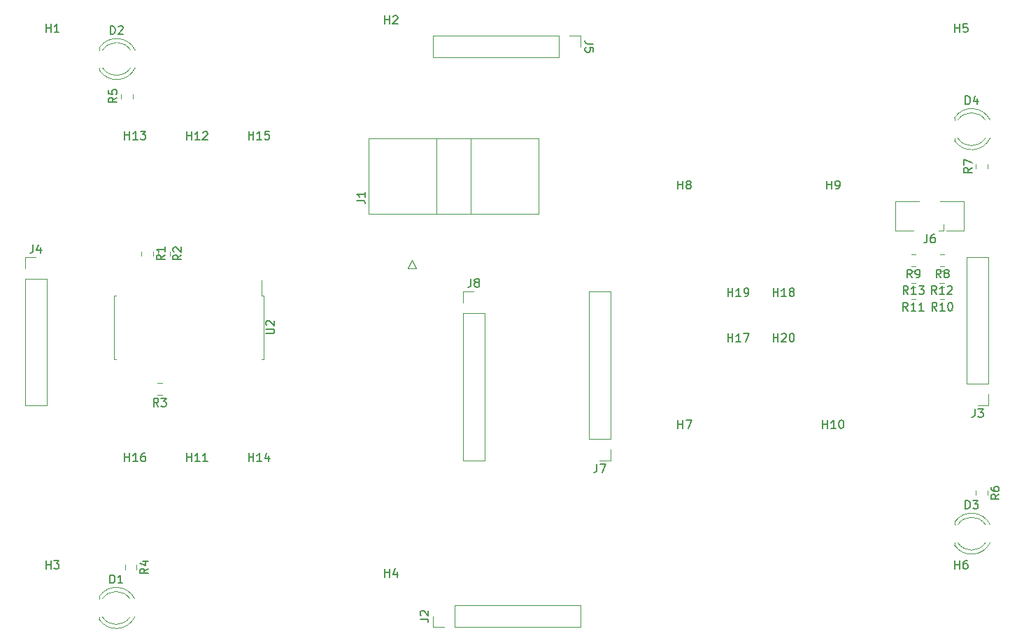
<source format=gto>
G04 #@! TF.GenerationSoftware,KiCad,Pcbnew,5.99.0-unknown-15c4a7b06~104~ubuntu18.04.1*
G04 #@! TF.CreationDate,2020-09-30T21:22:09+01:00*
G04 #@! TF.ProjectId,nesta proto 2.1,6e657374-6120-4707-926f-746f20322e31,rev?*
G04 #@! TF.SameCoordinates,Original*
G04 #@! TF.FileFunction,Legend,Top*
G04 #@! TF.FilePolarity,Positive*
%FSLAX46Y46*%
G04 Gerber Fmt 4.6, Leading zero omitted, Abs format (unit mm)*
G04 Created by KiCad (PCBNEW 5.99.0-unknown-15c4a7b06~104~ubuntu18.04.1) date 2020-09-30 21:22:09*
%MOMM*%
%LPD*%
G01*
G04 APERTURE LIST*
%ADD10C,0.150000*%
%ADD11C,0.120000*%
G04 APERTURE END LIST*
D10*
X206302380Y-93666666D02*
X205826190Y-94000000D01*
X206302380Y-94238095D02*
X205302380Y-94238095D01*
X205302380Y-93857142D01*
X205350000Y-93761904D01*
X205397619Y-93714285D01*
X205492857Y-93666666D01*
X205635714Y-93666666D01*
X205730952Y-93714285D01*
X205778571Y-93761904D01*
X205826190Y-93857142D01*
X205826190Y-94238095D01*
X205302380Y-93333333D02*
X205302380Y-92666666D01*
X206302380Y-93095238D01*
X198557142Y-111002380D02*
X198223809Y-110526190D01*
X197985714Y-111002380D02*
X197985714Y-110002380D01*
X198366666Y-110002380D01*
X198461904Y-110050000D01*
X198509523Y-110097619D01*
X198557142Y-110192857D01*
X198557142Y-110335714D01*
X198509523Y-110430952D01*
X198461904Y-110478571D01*
X198366666Y-110526190D01*
X197985714Y-110526190D01*
X199509523Y-111002380D02*
X198938095Y-111002380D01*
X199223809Y-111002380D02*
X199223809Y-110002380D01*
X199128571Y-110145238D01*
X199033333Y-110240476D01*
X198938095Y-110288095D01*
X200461904Y-111002380D02*
X199890476Y-111002380D01*
X200176190Y-111002380D02*
X200176190Y-110002380D01*
X200080952Y-110145238D01*
X199985714Y-110240476D01*
X199890476Y-110288095D01*
X103761904Y-129252380D02*
X103761904Y-128252380D01*
X103761904Y-128728571D02*
X104333333Y-128728571D01*
X104333333Y-129252380D02*
X104333333Y-128252380D01*
X105333333Y-129252380D02*
X104761904Y-129252380D01*
X105047619Y-129252380D02*
X105047619Y-128252380D01*
X104952380Y-128395238D01*
X104857142Y-128490476D01*
X104761904Y-128538095D01*
X106190476Y-128252380D02*
X106000000Y-128252380D01*
X105904761Y-128300000D01*
X105857142Y-128347619D01*
X105761904Y-128490476D01*
X105714285Y-128680952D01*
X105714285Y-129061904D01*
X105761904Y-129157142D01*
X105809523Y-129204761D01*
X105904761Y-129252380D01*
X106095238Y-129252380D01*
X106190476Y-129204761D01*
X106238095Y-129157142D01*
X106285714Y-129061904D01*
X106285714Y-128823809D01*
X106238095Y-128728571D01*
X106190476Y-128680952D01*
X106095238Y-128633333D01*
X105904761Y-128633333D01*
X105809523Y-128680952D01*
X105761904Y-128728571D01*
X105714285Y-128823809D01*
X204238095Y-142252380D02*
X204238095Y-141252380D01*
X204238095Y-141728571D02*
X204809523Y-141728571D01*
X204809523Y-142252380D02*
X204809523Y-141252380D01*
X205714285Y-141252380D02*
X205523809Y-141252380D01*
X205428571Y-141300000D01*
X205380952Y-141347619D01*
X205285714Y-141490476D01*
X205238095Y-141680952D01*
X205238095Y-142061904D01*
X205285714Y-142157142D01*
X205333333Y-142204761D01*
X205428571Y-142252380D01*
X205619047Y-142252380D01*
X205714285Y-142204761D01*
X205761904Y-142157142D01*
X205809523Y-142061904D01*
X205809523Y-141823809D01*
X205761904Y-141728571D01*
X205714285Y-141680952D01*
X205619047Y-141633333D01*
X205428571Y-141633333D01*
X205333333Y-141680952D01*
X205285714Y-141728571D01*
X205238095Y-141823809D01*
X198582142Y-109002380D02*
X198248809Y-108526190D01*
X198010714Y-109002380D02*
X198010714Y-108002380D01*
X198391666Y-108002380D01*
X198486904Y-108050000D01*
X198534523Y-108097619D01*
X198582142Y-108192857D01*
X198582142Y-108335714D01*
X198534523Y-108430952D01*
X198486904Y-108478571D01*
X198391666Y-108526190D01*
X198010714Y-108526190D01*
X199534523Y-109002380D02*
X198963095Y-109002380D01*
X199248809Y-109002380D02*
X199248809Y-108002380D01*
X199153571Y-108145238D01*
X199058333Y-108240476D01*
X198963095Y-108288095D01*
X199867857Y-108002380D02*
X200486904Y-108002380D01*
X200153571Y-108383333D01*
X200296428Y-108383333D01*
X200391666Y-108430952D01*
X200439285Y-108478571D01*
X200486904Y-108573809D01*
X200486904Y-108811904D01*
X200439285Y-108907142D01*
X200391666Y-108954761D01*
X200296428Y-109002380D01*
X200010714Y-109002380D01*
X199915476Y-108954761D01*
X199867857Y-108907142D01*
X94238095Y-77252380D02*
X94238095Y-76252380D01*
X94238095Y-76728571D02*
X94809523Y-76728571D01*
X94809523Y-77252380D02*
X94809523Y-76252380D01*
X95809523Y-77252380D02*
X95238095Y-77252380D01*
X95523809Y-77252380D02*
X95523809Y-76252380D01*
X95428571Y-76395238D01*
X95333333Y-76490476D01*
X95238095Y-76538095D01*
X111261904Y-90302380D02*
X111261904Y-89302380D01*
X111261904Y-89778571D02*
X111833333Y-89778571D01*
X111833333Y-90302380D02*
X111833333Y-89302380D01*
X112833333Y-90302380D02*
X112261904Y-90302380D01*
X112547619Y-90302380D02*
X112547619Y-89302380D01*
X112452380Y-89445238D01*
X112357142Y-89540476D01*
X112261904Y-89588095D01*
X113214285Y-89397619D02*
X113261904Y-89350000D01*
X113357142Y-89302380D01*
X113595238Y-89302380D01*
X113690476Y-89350000D01*
X113738095Y-89397619D01*
X113785714Y-89492857D01*
X113785714Y-89588095D01*
X113738095Y-89730952D01*
X113166666Y-90302380D01*
X113785714Y-90302380D01*
X102802380Y-85166666D02*
X102326190Y-85500000D01*
X102802380Y-85738095D02*
X101802380Y-85738095D01*
X101802380Y-85357142D01*
X101850000Y-85261904D01*
X101897619Y-85214285D01*
X101992857Y-85166666D01*
X102135714Y-85166666D01*
X102230952Y-85214285D01*
X102278571Y-85261904D01*
X102326190Y-85357142D01*
X102326190Y-85738095D01*
X101802380Y-84261904D02*
X101802380Y-84738095D01*
X102278571Y-84785714D01*
X102230952Y-84738095D01*
X102183333Y-84642857D01*
X102183333Y-84404761D01*
X102230952Y-84309523D01*
X102278571Y-84261904D01*
X102373809Y-84214285D01*
X102611904Y-84214285D01*
X102707142Y-84261904D01*
X102754761Y-84309523D01*
X102802380Y-84404761D01*
X102802380Y-84642857D01*
X102754761Y-84738095D01*
X102707142Y-84785714D01*
X106602380Y-142229166D02*
X106126190Y-142562500D01*
X106602380Y-142800595D02*
X105602380Y-142800595D01*
X105602380Y-142419642D01*
X105650000Y-142324404D01*
X105697619Y-142276785D01*
X105792857Y-142229166D01*
X105935714Y-142229166D01*
X106030952Y-142276785D01*
X106078571Y-142324404D01*
X106126190Y-142419642D01*
X106126190Y-142800595D01*
X105935714Y-141372023D02*
X106602380Y-141372023D01*
X105554761Y-141610119D02*
X106269047Y-141848214D01*
X106269047Y-141229166D01*
X176761904Y-109252380D02*
X176761904Y-108252380D01*
X176761904Y-108728571D02*
X177333333Y-108728571D01*
X177333333Y-109252380D02*
X177333333Y-108252380D01*
X178333333Y-109252380D02*
X177761904Y-109252380D01*
X178047619Y-109252380D02*
X178047619Y-108252380D01*
X177952380Y-108395238D01*
X177857142Y-108490476D01*
X177761904Y-108538095D01*
X178809523Y-109252380D02*
X179000000Y-109252380D01*
X179095238Y-109204761D01*
X179142857Y-109157142D01*
X179238095Y-109014285D01*
X179285714Y-108823809D01*
X179285714Y-108442857D01*
X179238095Y-108347619D01*
X179190476Y-108300000D01*
X179095238Y-108252380D01*
X178904761Y-108252380D01*
X178809523Y-108300000D01*
X178761904Y-108347619D01*
X178714285Y-108442857D01*
X178714285Y-108680952D01*
X178761904Y-108776190D01*
X178809523Y-108823809D01*
X178904761Y-108871428D01*
X179095238Y-108871428D01*
X179190476Y-108823809D01*
X179238095Y-108776190D01*
X179285714Y-108680952D01*
X176761904Y-114752380D02*
X176761904Y-113752380D01*
X176761904Y-114228571D02*
X177333333Y-114228571D01*
X177333333Y-114752380D02*
X177333333Y-113752380D01*
X178333333Y-114752380D02*
X177761904Y-114752380D01*
X178047619Y-114752380D02*
X178047619Y-113752380D01*
X177952380Y-113895238D01*
X177857142Y-113990476D01*
X177761904Y-114038095D01*
X178666666Y-113752380D02*
X179333333Y-113752380D01*
X178904761Y-114752380D01*
X118761904Y-129252380D02*
X118761904Y-128252380D01*
X118761904Y-128728571D02*
X119333333Y-128728571D01*
X119333333Y-129252380D02*
X119333333Y-128252380D01*
X120333333Y-129252380D02*
X119761904Y-129252380D01*
X120047619Y-129252380D02*
X120047619Y-128252380D01*
X119952380Y-128395238D01*
X119857142Y-128490476D01*
X119761904Y-128538095D01*
X121190476Y-128585714D02*
X121190476Y-129252380D01*
X120952380Y-128204761D02*
X120714285Y-128919047D01*
X121333333Y-128919047D01*
X102031904Y-77492380D02*
X102031904Y-76492380D01*
X102270000Y-76492380D01*
X102412857Y-76540000D01*
X102508095Y-76635238D01*
X102555714Y-76730476D01*
X102603333Y-76920952D01*
X102603333Y-77063809D01*
X102555714Y-77254285D01*
X102508095Y-77349523D01*
X102412857Y-77444761D01*
X102270000Y-77492380D01*
X102031904Y-77492380D01*
X102984285Y-76587619D02*
X103031904Y-76540000D01*
X103127142Y-76492380D01*
X103365238Y-76492380D01*
X103460476Y-76540000D01*
X103508095Y-76587619D01*
X103555714Y-76682857D01*
X103555714Y-76778095D01*
X103508095Y-76920952D01*
X102936666Y-77492380D01*
X103555714Y-77492380D01*
X135238095Y-143252380D02*
X135238095Y-142252380D01*
X135238095Y-142728571D02*
X135809523Y-142728571D01*
X135809523Y-143252380D02*
X135809523Y-142252380D01*
X136714285Y-142585714D02*
X136714285Y-143252380D01*
X136476190Y-142204761D02*
X136238095Y-142919047D01*
X136857142Y-142919047D01*
X103761904Y-90252380D02*
X103761904Y-89252380D01*
X103761904Y-89728571D02*
X104333333Y-89728571D01*
X104333333Y-90252380D02*
X104333333Y-89252380D01*
X105333333Y-90252380D02*
X104761904Y-90252380D01*
X105047619Y-90252380D02*
X105047619Y-89252380D01*
X104952380Y-89395238D01*
X104857142Y-89490476D01*
X104761904Y-89538095D01*
X105666666Y-89252380D02*
X106285714Y-89252380D01*
X105952380Y-89633333D01*
X106095238Y-89633333D01*
X106190476Y-89680952D01*
X106238095Y-89728571D01*
X106285714Y-89823809D01*
X106285714Y-90061904D01*
X106238095Y-90157142D01*
X106190476Y-90204761D01*
X106095238Y-90252380D01*
X105809523Y-90252380D01*
X105714285Y-90204761D01*
X105666666Y-90157142D01*
X209602380Y-133229166D02*
X209126190Y-133562500D01*
X209602380Y-133800595D02*
X208602380Y-133800595D01*
X208602380Y-133419642D01*
X208650000Y-133324404D01*
X208697619Y-133276785D01*
X208792857Y-133229166D01*
X208935714Y-133229166D01*
X209030952Y-133276785D01*
X209078571Y-133324404D01*
X209126190Y-133419642D01*
X209126190Y-133800595D01*
X208602380Y-132372023D02*
X208602380Y-132562500D01*
X208650000Y-132657738D01*
X208697619Y-132705357D01*
X208840476Y-132800595D01*
X209030952Y-132848214D01*
X209411904Y-132848214D01*
X209507142Y-132800595D01*
X209554761Y-132752976D01*
X209602380Y-132657738D01*
X209602380Y-132467261D01*
X209554761Y-132372023D01*
X209507142Y-132324404D01*
X209411904Y-132276785D01*
X209173809Y-132276785D01*
X209078571Y-132324404D01*
X209030952Y-132372023D01*
X208983333Y-132467261D01*
X208983333Y-132657738D01*
X209030952Y-132752976D01*
X209078571Y-132800595D01*
X209173809Y-132848214D01*
X120852380Y-113761904D02*
X121661904Y-113761904D01*
X121757142Y-113714285D01*
X121804761Y-113666666D01*
X121852380Y-113571428D01*
X121852380Y-113380952D01*
X121804761Y-113285714D01*
X121757142Y-113238095D01*
X121661904Y-113190476D01*
X120852380Y-113190476D01*
X120947619Y-112761904D02*
X120900000Y-112714285D01*
X120852380Y-112619047D01*
X120852380Y-112380952D01*
X120900000Y-112285714D01*
X120947619Y-112238095D01*
X121042857Y-112190476D01*
X121138095Y-112190476D01*
X121280952Y-112238095D01*
X121852380Y-112809523D01*
X121852380Y-112190476D01*
X145666666Y-107122380D02*
X145666666Y-107836666D01*
X145619047Y-107979523D01*
X145523809Y-108074761D01*
X145380952Y-108122380D01*
X145285714Y-108122380D01*
X146285714Y-107550952D02*
X146190476Y-107503333D01*
X146142857Y-107455714D01*
X146095238Y-107360476D01*
X146095238Y-107312857D01*
X146142857Y-107217619D01*
X146190476Y-107170000D01*
X146285714Y-107122380D01*
X146476190Y-107122380D01*
X146571428Y-107170000D01*
X146619047Y-107217619D01*
X146666666Y-107312857D01*
X146666666Y-107360476D01*
X146619047Y-107455714D01*
X146571428Y-107503333D01*
X146476190Y-107550952D01*
X146285714Y-107550952D01*
X146190476Y-107598571D01*
X146142857Y-107646190D01*
X146095238Y-107741428D01*
X146095238Y-107931904D01*
X146142857Y-108027142D01*
X146190476Y-108074761D01*
X146285714Y-108122380D01*
X146476190Y-108122380D01*
X146571428Y-108074761D01*
X146619047Y-108027142D01*
X146666666Y-107931904D01*
X146666666Y-107741428D01*
X146619047Y-107646190D01*
X146571428Y-107598571D01*
X146476190Y-107550952D01*
X160477619Y-78666666D02*
X159763333Y-78666666D01*
X159620476Y-78619047D01*
X159525238Y-78523809D01*
X159477619Y-78380952D01*
X159477619Y-78285714D01*
X160477619Y-79619047D02*
X160477619Y-79142857D01*
X160001428Y-79095238D01*
X160049047Y-79142857D01*
X160096666Y-79238095D01*
X160096666Y-79476190D01*
X160049047Y-79571428D01*
X160001428Y-79619047D01*
X159906190Y-79666666D01*
X159668095Y-79666666D01*
X159572857Y-79619047D01*
X159525238Y-79571428D01*
X159477619Y-79476190D01*
X159477619Y-79238095D01*
X159525238Y-79142857D01*
X159572857Y-79095238D01*
X101991904Y-143992380D02*
X101991904Y-142992380D01*
X102230000Y-142992380D01*
X102372857Y-143040000D01*
X102468095Y-143135238D01*
X102515714Y-143230476D01*
X102563333Y-143420952D01*
X102563333Y-143563809D01*
X102515714Y-143754285D01*
X102468095Y-143849523D01*
X102372857Y-143944761D01*
X102230000Y-143992380D01*
X101991904Y-143992380D01*
X103515714Y-143992380D02*
X102944285Y-143992380D01*
X103230000Y-143992380D02*
X103230000Y-142992380D01*
X103134761Y-143135238D01*
X103039523Y-143230476D01*
X102944285Y-143278095D01*
X188261904Y-125252380D02*
X188261904Y-124252380D01*
X188261904Y-124728571D02*
X188833333Y-124728571D01*
X188833333Y-125252380D02*
X188833333Y-124252380D01*
X189833333Y-125252380D02*
X189261904Y-125252380D01*
X189547619Y-125252380D02*
X189547619Y-124252380D01*
X189452380Y-124395238D01*
X189357142Y-124490476D01*
X189261904Y-124538095D01*
X190452380Y-124252380D02*
X190547619Y-124252380D01*
X190642857Y-124300000D01*
X190690476Y-124347619D01*
X190738095Y-124442857D01*
X190785714Y-124633333D01*
X190785714Y-124871428D01*
X190738095Y-125061904D01*
X190690476Y-125157142D01*
X190642857Y-125204761D01*
X190547619Y-125252380D01*
X190452380Y-125252380D01*
X190357142Y-125204761D01*
X190309523Y-125157142D01*
X190261904Y-125061904D01*
X190214285Y-124871428D01*
X190214285Y-124633333D01*
X190261904Y-124442857D01*
X190309523Y-124347619D01*
X190357142Y-124300000D01*
X190452380Y-124252380D01*
X202019642Y-109002380D02*
X201686309Y-108526190D01*
X201448214Y-109002380D02*
X201448214Y-108002380D01*
X201829166Y-108002380D01*
X201924404Y-108050000D01*
X201972023Y-108097619D01*
X202019642Y-108192857D01*
X202019642Y-108335714D01*
X201972023Y-108430952D01*
X201924404Y-108478571D01*
X201829166Y-108526190D01*
X201448214Y-108526190D01*
X202972023Y-109002380D02*
X202400595Y-109002380D01*
X202686309Y-109002380D02*
X202686309Y-108002380D01*
X202591071Y-108145238D01*
X202495833Y-108240476D01*
X202400595Y-108288095D01*
X203352976Y-108097619D02*
X203400595Y-108050000D01*
X203495833Y-108002380D01*
X203733928Y-108002380D01*
X203829166Y-108050000D01*
X203876785Y-108097619D01*
X203924404Y-108192857D01*
X203924404Y-108288095D01*
X203876785Y-108430952D01*
X203305357Y-109002380D01*
X203924404Y-109002380D01*
X92666666Y-103002380D02*
X92666666Y-103716666D01*
X92619047Y-103859523D01*
X92523809Y-103954761D01*
X92380952Y-104002380D01*
X92285714Y-104002380D01*
X93571428Y-103335714D02*
X93571428Y-104002380D01*
X93333333Y-102954761D02*
X93095238Y-103669047D01*
X93714285Y-103669047D01*
X135238095Y-76252380D02*
X135238095Y-75252380D01*
X135238095Y-75728571D02*
X135809523Y-75728571D01*
X135809523Y-76252380D02*
X135809523Y-75252380D01*
X136238095Y-75347619D02*
X136285714Y-75300000D01*
X136380952Y-75252380D01*
X136619047Y-75252380D01*
X136714285Y-75300000D01*
X136761904Y-75347619D01*
X136809523Y-75442857D01*
X136809523Y-75538095D01*
X136761904Y-75680952D01*
X136190476Y-76252380D01*
X136809523Y-76252380D01*
X111261904Y-129252380D02*
X111261904Y-128252380D01*
X111261904Y-128728571D02*
X111833333Y-128728571D01*
X111833333Y-129252380D02*
X111833333Y-128252380D01*
X112833333Y-129252380D02*
X112261904Y-129252380D01*
X112547619Y-129252380D02*
X112547619Y-128252380D01*
X112452380Y-128395238D01*
X112357142Y-128490476D01*
X112261904Y-128538095D01*
X113785714Y-129252380D02*
X113214285Y-129252380D01*
X113500000Y-129252380D02*
X113500000Y-128252380D01*
X113404761Y-128395238D01*
X113309523Y-128490476D01*
X113214285Y-128538095D01*
X108602380Y-104229166D02*
X108126190Y-104562500D01*
X108602380Y-104800595D02*
X107602380Y-104800595D01*
X107602380Y-104419642D01*
X107650000Y-104324404D01*
X107697619Y-104276785D01*
X107792857Y-104229166D01*
X107935714Y-104229166D01*
X108030952Y-104276785D01*
X108078571Y-104324404D01*
X108126190Y-104419642D01*
X108126190Y-104800595D01*
X108602380Y-103276785D02*
X108602380Y-103848214D01*
X108602380Y-103562500D02*
X107602380Y-103562500D01*
X107745238Y-103657738D01*
X107840476Y-103752976D01*
X107888095Y-103848214D01*
X94238095Y-142252380D02*
X94238095Y-141252380D01*
X94238095Y-141728571D02*
X94809523Y-141728571D01*
X94809523Y-142252380D02*
X94809523Y-141252380D01*
X95190476Y-141252380D02*
X95809523Y-141252380D01*
X95476190Y-141633333D01*
X95619047Y-141633333D01*
X95714285Y-141680952D01*
X95761904Y-141728571D01*
X95809523Y-141823809D01*
X95809523Y-142061904D01*
X95761904Y-142157142D01*
X95714285Y-142204761D01*
X95619047Y-142252380D01*
X95333333Y-142252380D01*
X95238095Y-142204761D01*
X95190476Y-142157142D01*
X170738095Y-125252380D02*
X170738095Y-124252380D01*
X170738095Y-124728571D02*
X171309523Y-124728571D01*
X171309523Y-125252380D02*
X171309523Y-124252380D01*
X171690476Y-124252380D02*
X172357142Y-124252380D01*
X171928571Y-125252380D01*
X204238095Y-77252380D02*
X204238095Y-76252380D01*
X204238095Y-76728571D02*
X204809523Y-76728571D01*
X204809523Y-77252380D02*
X204809523Y-76252380D01*
X205761904Y-76252380D02*
X205285714Y-76252380D01*
X205238095Y-76728571D01*
X205285714Y-76680952D01*
X205380952Y-76633333D01*
X205619047Y-76633333D01*
X205714285Y-76680952D01*
X205761904Y-76728571D01*
X205809523Y-76823809D01*
X205809523Y-77061904D01*
X205761904Y-77157142D01*
X205714285Y-77204761D01*
X205619047Y-77252380D01*
X205380952Y-77252380D01*
X205285714Y-77204761D01*
X205238095Y-77157142D01*
X202558333Y-107002380D02*
X202225000Y-106526190D01*
X201986904Y-107002380D02*
X201986904Y-106002380D01*
X202367857Y-106002380D01*
X202463095Y-106050000D01*
X202510714Y-106097619D01*
X202558333Y-106192857D01*
X202558333Y-106335714D01*
X202510714Y-106430952D01*
X202463095Y-106478571D01*
X202367857Y-106526190D01*
X201986904Y-106526190D01*
X203129761Y-106430952D02*
X203034523Y-106383333D01*
X202986904Y-106335714D01*
X202939285Y-106240476D01*
X202939285Y-106192857D01*
X202986904Y-106097619D01*
X203034523Y-106050000D01*
X203129761Y-106002380D01*
X203320238Y-106002380D01*
X203415476Y-106050000D01*
X203463095Y-106097619D01*
X203510714Y-106192857D01*
X203510714Y-106240476D01*
X203463095Y-106335714D01*
X203415476Y-106383333D01*
X203320238Y-106430952D01*
X203129761Y-106430952D01*
X203034523Y-106478571D01*
X202986904Y-106526190D01*
X202939285Y-106621428D01*
X202939285Y-106811904D01*
X202986904Y-106907142D01*
X203034523Y-106954761D01*
X203129761Y-107002380D01*
X203320238Y-107002380D01*
X203415476Y-106954761D01*
X203463095Y-106907142D01*
X203510714Y-106811904D01*
X203510714Y-106621428D01*
X203463095Y-106526190D01*
X203415476Y-106478571D01*
X203320238Y-106430952D01*
X188738095Y-96252380D02*
X188738095Y-95252380D01*
X188738095Y-95728571D02*
X189309523Y-95728571D01*
X189309523Y-96252380D02*
X189309523Y-95252380D01*
X189833333Y-96252380D02*
X190023809Y-96252380D01*
X190119047Y-96204761D01*
X190166666Y-96157142D01*
X190261904Y-96014285D01*
X190309523Y-95823809D01*
X190309523Y-95442857D01*
X190261904Y-95347619D01*
X190214285Y-95300000D01*
X190119047Y-95252380D01*
X189928571Y-95252380D01*
X189833333Y-95300000D01*
X189785714Y-95347619D01*
X189738095Y-95442857D01*
X189738095Y-95680952D01*
X189785714Y-95776190D01*
X189833333Y-95823809D01*
X189928571Y-95871428D01*
X190119047Y-95871428D01*
X190214285Y-95823809D01*
X190261904Y-95776190D01*
X190309523Y-95680952D01*
X110602380Y-104229166D02*
X110126190Y-104562500D01*
X110602380Y-104800595D02*
X109602380Y-104800595D01*
X109602380Y-104419642D01*
X109650000Y-104324404D01*
X109697619Y-104276785D01*
X109792857Y-104229166D01*
X109935714Y-104229166D01*
X110030952Y-104276785D01*
X110078571Y-104324404D01*
X110126190Y-104419642D01*
X110126190Y-104800595D01*
X109697619Y-103848214D02*
X109650000Y-103800595D01*
X109602380Y-103705357D01*
X109602380Y-103467261D01*
X109650000Y-103372023D01*
X109697619Y-103324404D01*
X109792857Y-103276785D01*
X109888095Y-103276785D01*
X110030952Y-103324404D01*
X110602380Y-103895833D01*
X110602380Y-103276785D01*
X199058333Y-107002380D02*
X198725000Y-106526190D01*
X198486904Y-107002380D02*
X198486904Y-106002380D01*
X198867857Y-106002380D01*
X198963095Y-106050000D01*
X199010714Y-106097619D01*
X199058333Y-106192857D01*
X199058333Y-106335714D01*
X199010714Y-106430952D01*
X198963095Y-106478571D01*
X198867857Y-106526190D01*
X198486904Y-106526190D01*
X199534523Y-107002380D02*
X199725000Y-107002380D01*
X199820238Y-106954761D01*
X199867857Y-106907142D01*
X199963095Y-106764285D01*
X200010714Y-106573809D01*
X200010714Y-106192857D01*
X199963095Y-106097619D01*
X199915476Y-106050000D01*
X199820238Y-106002380D01*
X199629761Y-106002380D01*
X199534523Y-106050000D01*
X199486904Y-106097619D01*
X199439285Y-106192857D01*
X199439285Y-106430952D01*
X199486904Y-106526190D01*
X199534523Y-106573809D01*
X199629761Y-106621428D01*
X199820238Y-106621428D01*
X199915476Y-106573809D01*
X199963095Y-106526190D01*
X200010714Y-106430952D01*
X170738095Y-96252380D02*
X170738095Y-95252380D01*
X170738095Y-95728571D02*
X171309523Y-95728571D01*
X171309523Y-96252380D02*
X171309523Y-95252380D01*
X171928571Y-95680952D02*
X171833333Y-95633333D01*
X171785714Y-95585714D01*
X171738095Y-95490476D01*
X171738095Y-95442857D01*
X171785714Y-95347619D01*
X171833333Y-95300000D01*
X171928571Y-95252380D01*
X172119047Y-95252380D01*
X172214285Y-95300000D01*
X172261904Y-95347619D01*
X172309523Y-95442857D01*
X172309523Y-95490476D01*
X172261904Y-95585714D01*
X172214285Y-95633333D01*
X172119047Y-95680952D01*
X171928571Y-95680952D01*
X171833333Y-95728571D01*
X171785714Y-95776190D01*
X171738095Y-95871428D01*
X171738095Y-96061904D01*
X171785714Y-96157142D01*
X171833333Y-96204761D01*
X171928571Y-96252380D01*
X172119047Y-96252380D01*
X172214285Y-96204761D01*
X172261904Y-96157142D01*
X172309523Y-96061904D01*
X172309523Y-95871428D01*
X172261904Y-95776190D01*
X172214285Y-95728571D01*
X172119047Y-95680952D01*
X182261904Y-114752380D02*
X182261904Y-113752380D01*
X182261904Y-114228571D02*
X182833333Y-114228571D01*
X182833333Y-114752380D02*
X182833333Y-113752380D01*
X183261904Y-113847619D02*
X183309523Y-113800000D01*
X183404761Y-113752380D01*
X183642857Y-113752380D01*
X183738095Y-113800000D01*
X183785714Y-113847619D01*
X183833333Y-113942857D01*
X183833333Y-114038095D01*
X183785714Y-114180952D01*
X183214285Y-114752380D01*
X183833333Y-114752380D01*
X184452380Y-113752380D02*
X184547619Y-113752380D01*
X184642857Y-113800000D01*
X184690476Y-113847619D01*
X184738095Y-113942857D01*
X184785714Y-114133333D01*
X184785714Y-114371428D01*
X184738095Y-114561904D01*
X184690476Y-114657142D01*
X184642857Y-114704761D01*
X184547619Y-114752380D01*
X184452380Y-114752380D01*
X184357142Y-114704761D01*
X184309523Y-114657142D01*
X184261904Y-114561904D01*
X184214285Y-114371428D01*
X184214285Y-114133333D01*
X184261904Y-113942857D01*
X184309523Y-113847619D01*
X184357142Y-113800000D01*
X184452380Y-113752380D01*
X205531904Y-85992380D02*
X205531904Y-84992380D01*
X205770000Y-84992380D01*
X205912857Y-85040000D01*
X206008095Y-85135238D01*
X206055714Y-85230476D01*
X206103333Y-85420952D01*
X206103333Y-85563809D01*
X206055714Y-85754285D01*
X206008095Y-85849523D01*
X205912857Y-85944761D01*
X205770000Y-85992380D01*
X205531904Y-85992380D01*
X206960476Y-85325714D02*
X206960476Y-85992380D01*
X206722380Y-84944761D02*
X206484285Y-85659047D01*
X207103333Y-85659047D01*
X139502380Y-148333333D02*
X140216666Y-148333333D01*
X140359523Y-148380952D01*
X140454761Y-148476190D01*
X140502380Y-148619047D01*
X140502380Y-148714285D01*
X139597619Y-147904761D02*
X139550000Y-147857142D01*
X139502380Y-147761904D01*
X139502380Y-147523809D01*
X139550000Y-147428571D01*
X139597619Y-147380952D01*
X139692857Y-147333333D01*
X139788095Y-147333333D01*
X139930952Y-147380952D01*
X140502380Y-147952380D01*
X140502380Y-147333333D01*
X131852380Y-97618333D02*
X132566666Y-97618333D01*
X132709523Y-97665952D01*
X132804761Y-97761190D01*
X132852380Y-97904047D01*
X132852380Y-97999285D01*
X132852380Y-96618333D02*
X132852380Y-97189761D01*
X132852380Y-96904047D02*
X131852380Y-96904047D01*
X131995238Y-96999285D01*
X132090476Y-97094523D01*
X132138095Y-97189761D01*
X206666666Y-122902380D02*
X206666666Y-123616666D01*
X206619047Y-123759523D01*
X206523809Y-123854761D01*
X206380952Y-123902380D01*
X206285714Y-123902380D01*
X207047619Y-122902380D02*
X207666666Y-122902380D01*
X207333333Y-123283333D01*
X207476190Y-123283333D01*
X207571428Y-123330952D01*
X207619047Y-123378571D01*
X207666666Y-123473809D01*
X207666666Y-123711904D01*
X207619047Y-123807142D01*
X207571428Y-123854761D01*
X207476190Y-123902380D01*
X207190476Y-123902380D01*
X207095238Y-123854761D01*
X207047619Y-123807142D01*
X200866666Y-101752380D02*
X200866666Y-102466666D01*
X200819047Y-102609523D01*
X200723809Y-102704761D01*
X200580952Y-102752380D01*
X200485714Y-102752380D01*
X201771428Y-101752380D02*
X201580952Y-101752380D01*
X201485714Y-101800000D01*
X201438095Y-101847619D01*
X201342857Y-101990476D01*
X201295238Y-102180952D01*
X201295238Y-102561904D01*
X201342857Y-102657142D01*
X201390476Y-102704761D01*
X201485714Y-102752380D01*
X201676190Y-102752380D01*
X201771428Y-102704761D01*
X201819047Y-102657142D01*
X201866666Y-102561904D01*
X201866666Y-102323809D01*
X201819047Y-102228571D01*
X201771428Y-102180952D01*
X201676190Y-102133333D01*
X201485714Y-102133333D01*
X201390476Y-102180952D01*
X201342857Y-102228571D01*
X201295238Y-102323809D01*
X107833333Y-122602380D02*
X107500000Y-122126190D01*
X107261904Y-122602380D02*
X107261904Y-121602380D01*
X107642857Y-121602380D01*
X107738095Y-121650000D01*
X107785714Y-121697619D01*
X107833333Y-121792857D01*
X107833333Y-121935714D01*
X107785714Y-122030952D01*
X107738095Y-122078571D01*
X107642857Y-122126190D01*
X107261904Y-122126190D01*
X108166666Y-121602380D02*
X108785714Y-121602380D01*
X108452380Y-121983333D01*
X108595238Y-121983333D01*
X108690476Y-122030952D01*
X108738095Y-122078571D01*
X108785714Y-122173809D01*
X108785714Y-122411904D01*
X108738095Y-122507142D01*
X108690476Y-122554761D01*
X108595238Y-122602380D01*
X108309523Y-122602380D01*
X108214285Y-122554761D01*
X108166666Y-122507142D01*
X182261904Y-109252380D02*
X182261904Y-108252380D01*
X182261904Y-108728571D02*
X182833333Y-108728571D01*
X182833333Y-109252380D02*
X182833333Y-108252380D01*
X183833333Y-109252380D02*
X183261904Y-109252380D01*
X183547619Y-109252380D02*
X183547619Y-108252380D01*
X183452380Y-108395238D01*
X183357142Y-108490476D01*
X183261904Y-108538095D01*
X184404761Y-108680952D02*
X184309523Y-108633333D01*
X184261904Y-108585714D01*
X184214285Y-108490476D01*
X184214285Y-108442857D01*
X184261904Y-108347619D01*
X184309523Y-108300000D01*
X184404761Y-108252380D01*
X184595238Y-108252380D01*
X184690476Y-108300000D01*
X184738095Y-108347619D01*
X184785714Y-108442857D01*
X184785714Y-108490476D01*
X184738095Y-108585714D01*
X184690476Y-108633333D01*
X184595238Y-108680952D01*
X184404761Y-108680952D01*
X184309523Y-108728571D01*
X184261904Y-108776190D01*
X184214285Y-108871428D01*
X184214285Y-109061904D01*
X184261904Y-109157142D01*
X184309523Y-109204761D01*
X184404761Y-109252380D01*
X184595238Y-109252380D01*
X184690476Y-109204761D01*
X184738095Y-109157142D01*
X184785714Y-109061904D01*
X184785714Y-108871428D01*
X184738095Y-108776190D01*
X184690476Y-108728571D01*
X184595238Y-108680952D01*
X205531904Y-134992380D02*
X205531904Y-133992380D01*
X205770000Y-133992380D01*
X205912857Y-134040000D01*
X206008095Y-134135238D01*
X206055714Y-134230476D01*
X206103333Y-134420952D01*
X206103333Y-134563809D01*
X206055714Y-134754285D01*
X206008095Y-134849523D01*
X205912857Y-134944761D01*
X205770000Y-134992380D01*
X205531904Y-134992380D01*
X206436666Y-133992380D02*
X207055714Y-133992380D01*
X206722380Y-134373333D01*
X206865238Y-134373333D01*
X206960476Y-134420952D01*
X207008095Y-134468571D01*
X207055714Y-134563809D01*
X207055714Y-134801904D01*
X207008095Y-134897142D01*
X206960476Y-134944761D01*
X206865238Y-134992380D01*
X206579523Y-134992380D01*
X206484285Y-134944761D01*
X206436666Y-134897142D01*
X202057142Y-111002380D02*
X201723809Y-110526190D01*
X201485714Y-111002380D02*
X201485714Y-110002380D01*
X201866666Y-110002380D01*
X201961904Y-110050000D01*
X202009523Y-110097619D01*
X202057142Y-110192857D01*
X202057142Y-110335714D01*
X202009523Y-110430952D01*
X201961904Y-110478571D01*
X201866666Y-110526190D01*
X201485714Y-110526190D01*
X203009523Y-111002380D02*
X202438095Y-111002380D01*
X202723809Y-111002380D02*
X202723809Y-110002380D01*
X202628571Y-110145238D01*
X202533333Y-110240476D01*
X202438095Y-110288095D01*
X203628571Y-110002380D02*
X203723809Y-110002380D01*
X203819047Y-110050000D01*
X203866666Y-110097619D01*
X203914285Y-110192857D01*
X203961904Y-110383333D01*
X203961904Y-110621428D01*
X203914285Y-110811904D01*
X203866666Y-110907142D01*
X203819047Y-110954761D01*
X203723809Y-111002380D01*
X203628571Y-111002380D01*
X203533333Y-110954761D01*
X203485714Y-110907142D01*
X203438095Y-110811904D01*
X203390476Y-110621428D01*
X203390476Y-110383333D01*
X203438095Y-110192857D01*
X203485714Y-110097619D01*
X203533333Y-110050000D01*
X203628571Y-110002380D01*
X160906666Y-129562380D02*
X160906666Y-130276666D01*
X160859047Y-130419523D01*
X160763809Y-130514761D01*
X160620952Y-130562380D01*
X160525714Y-130562380D01*
X161287619Y-129562380D02*
X161954285Y-129562380D01*
X161525714Y-130562380D01*
X118761904Y-90252380D02*
X118761904Y-89252380D01*
X118761904Y-89728571D02*
X119333333Y-89728571D01*
X119333333Y-90252380D02*
X119333333Y-89252380D01*
X120333333Y-90252380D02*
X119761904Y-90252380D01*
X120047619Y-90252380D02*
X120047619Y-89252380D01*
X119952380Y-89395238D01*
X119857142Y-89490476D01*
X119761904Y-89538095D01*
X121238095Y-89252380D02*
X120761904Y-89252380D01*
X120714285Y-89728571D01*
X120761904Y-89680952D01*
X120857142Y-89633333D01*
X121095238Y-89633333D01*
X121190476Y-89680952D01*
X121238095Y-89728571D01*
X121285714Y-89823809D01*
X121285714Y-90061904D01*
X121238095Y-90157142D01*
X121190476Y-90204761D01*
X121095238Y-90252380D01*
X120857142Y-90252380D01*
X120761904Y-90204761D01*
X120714285Y-90157142D01*
D11*
X208210000Y-93758578D02*
X208210000Y-93241422D01*
X206790000Y-93758578D02*
X206790000Y-93241422D01*
X199458578Y-108190000D02*
X198941422Y-108190000D01*
X199458578Y-109610000D02*
X198941422Y-109610000D01*
X199483578Y-106190000D02*
X198966422Y-106190000D01*
X199483578Y-107610000D02*
X198966422Y-107610000D01*
X103290000Y-85258578D02*
X103290000Y-84741422D01*
X104710000Y-85258578D02*
X104710000Y-84741422D01*
X103790000Y-141803922D02*
X103790000Y-142321078D01*
X105210000Y-141803922D02*
X105210000Y-142321078D01*
X100710000Y-79101000D02*
X100710000Y-79420000D01*
X100710000Y-81580000D02*
X100710000Y-81899000D01*
X105013242Y-81580724D02*
G75*
G02*
X100710000Y-81898749I-2243242J1080724D01*
G01*
X104452713Y-81580961D02*
G75*
G02*
X101086670Y-81580000I-1682713J1080961D01*
G01*
X104452713Y-79419039D02*
G75*
G03*
X101086670Y-79420000I-1682713J-1080961D01*
G01*
X105013242Y-79419276D02*
G75*
G03*
X100710000Y-79101251I-2243242J-1080724D01*
G01*
X206790000Y-132803922D02*
X206790000Y-133321078D01*
X208210000Y-132803922D02*
X208210000Y-133321078D01*
X120560000Y-113000000D02*
X120560000Y-109140000D01*
X120560000Y-113000000D02*
X120560000Y-116860000D01*
X102440000Y-113000000D02*
X102440000Y-109140000D01*
X102440000Y-113000000D02*
X102440000Y-116860000D01*
X102440000Y-109140000D02*
X102685000Y-109140000D01*
X102440000Y-116860000D02*
X102685000Y-116860000D01*
X120560000Y-109140000D02*
X120315000Y-109140000D01*
X120315000Y-109140000D02*
X120315000Y-107325000D01*
X120560000Y-116860000D02*
X120315000Y-116860000D01*
X144670000Y-108670000D02*
X146000000Y-108670000D01*
X144670000Y-110000000D02*
X144670000Y-108670000D01*
X147330000Y-111270000D02*
X147330000Y-129110000D01*
X144670000Y-129110000D02*
X147330000Y-129110000D01*
X144670000Y-111270000D02*
X144670000Y-129110000D01*
X144670000Y-111270000D02*
X147330000Y-111270000D01*
X157600000Y-77670000D02*
X158930000Y-77670000D01*
X156330000Y-77670000D02*
X156330000Y-80330000D01*
X158930000Y-77670000D02*
X158930000Y-79000000D01*
X156330000Y-77670000D02*
X141030000Y-77670000D01*
X141030000Y-77670000D02*
X141030000Y-80330000D01*
X156330000Y-80330000D02*
X141030000Y-80330000D01*
X100670000Y-148080000D02*
X100670000Y-148399000D01*
X100670000Y-145601000D02*
X100670000Y-145920000D01*
X104973242Y-145919276D02*
G75*
G03*
X100670000Y-145601251I-2243242J-1080724D01*
G01*
X104973242Y-148080724D02*
G75*
G02*
X100670000Y-148398749I-2243242J1080724D01*
G01*
X104412713Y-145919039D02*
G75*
G03*
X101046670Y-145920000I-1682713J-1080961D01*
G01*
X104412713Y-148080961D02*
G75*
G02*
X101046670Y-148080000I-1682713J1080961D01*
G01*
X202921078Y-106190000D02*
X202403922Y-106190000D01*
X202921078Y-107610000D02*
X202403922Y-107610000D01*
X91670000Y-107150000D02*
X94330000Y-107150000D01*
X91670000Y-122450000D02*
X94330000Y-122450000D01*
X91670000Y-105880000D02*
X91670000Y-104550000D01*
X94330000Y-107150000D02*
X94330000Y-122450000D01*
X91670000Y-107150000D02*
X91670000Y-122450000D01*
X91670000Y-104550000D02*
X93000000Y-104550000D01*
X107210000Y-103803922D02*
X107210000Y-104321078D01*
X105790000Y-103803922D02*
X105790000Y-104321078D01*
X202983578Y-105610000D02*
X202466422Y-105610000D01*
X202983578Y-104190000D02*
X202466422Y-104190000D01*
X107790000Y-103803922D02*
X107790000Y-104321078D01*
X109210000Y-103803922D02*
X109210000Y-104321078D01*
X199483578Y-105610000D02*
X198966422Y-105610000D01*
X199483578Y-104190000D02*
X198966422Y-104190000D01*
X204210000Y-87601000D02*
X204210000Y-87920000D01*
X204210000Y-90080000D02*
X204210000Y-90399000D01*
X208513242Y-90080724D02*
G75*
G02*
X204210000Y-90398749I-2243242J1080724D01*
G01*
X208513242Y-87919276D02*
G75*
G03*
X204210000Y-87601251I-2243242J-1080724D01*
G01*
X207952713Y-87919039D02*
G75*
G03*
X204586670Y-87920000I-1682713J-1080961D01*
G01*
X207952713Y-90080961D02*
G75*
G02*
X204586670Y-90080000I-1682713J1080961D01*
G01*
X142380000Y-149330000D02*
X141050000Y-149330000D01*
X143650000Y-149330000D02*
X158950000Y-149330000D01*
X158950000Y-149330000D02*
X158950000Y-146670000D01*
X141050000Y-149330000D02*
X141050000Y-148000000D01*
X143650000Y-146670000D02*
X158950000Y-146670000D01*
X143650000Y-149330000D02*
X143650000Y-146670000D01*
X153870000Y-99230000D02*
X133290000Y-99230000D01*
X139000000Y-105850000D02*
X138500000Y-104850000D01*
X153870000Y-90110000D02*
X153870000Y-99230000D01*
X145630000Y-99230000D02*
X145630000Y-90110000D01*
X133290000Y-99230000D02*
X133290000Y-90110000D01*
X138000000Y-105850000D02*
X139000000Y-105850000D01*
X133290000Y-90110000D02*
X153870000Y-90110000D01*
X138500000Y-104850000D02*
X138000000Y-105850000D01*
X141530000Y-99230000D02*
X141530000Y-90110000D01*
X208330000Y-104550000D02*
X205670000Y-104550000D01*
X205670000Y-119850000D02*
X205670000Y-104550000D01*
X208330000Y-119850000D02*
X205670000Y-119850000D01*
X208330000Y-121120000D02*
X208330000Y-122450000D01*
X208330000Y-122450000D02*
X207000000Y-122450000D01*
X208330000Y-119850000D02*
X208330000Y-104550000D01*
X197050000Y-101275000D02*
X197050000Y-97725000D01*
X202900000Y-100525000D02*
X202900000Y-101275000D01*
X202900000Y-101275000D02*
X202300000Y-101275000D01*
X203200000Y-101275000D02*
X205350000Y-101275000D01*
X205350000Y-101275000D02*
X205350000Y-97725000D01*
X199200000Y-101275000D02*
X197050000Y-101275000D01*
X197050000Y-97725000D02*
X199950000Y-97725000D01*
X205350000Y-97725000D02*
X202450000Y-97725000D01*
X108258578Y-121210000D02*
X107741422Y-121210000D01*
X108258578Y-119790000D02*
X107741422Y-119790000D01*
X204210000Y-139080000D02*
X204210000Y-139399000D01*
X204210000Y-136601000D02*
X204210000Y-136920000D01*
X207952713Y-136919039D02*
G75*
G03*
X204586670Y-136920000I-1682713J-1080961D01*
G01*
X207952713Y-139080961D02*
G75*
G02*
X204586670Y-139080000I-1682713J1080961D01*
G01*
X208513242Y-136919276D02*
G75*
G03*
X204210000Y-136601251I-2243242J-1080724D01*
G01*
X208513242Y-139080724D02*
G75*
G02*
X204210000Y-139398749I-2243242J1080724D01*
G01*
X202958578Y-109610000D02*
X202441422Y-109610000D01*
X202958578Y-108190000D02*
X202441422Y-108190000D01*
X162570000Y-126510000D02*
X159910000Y-126510000D01*
X162570000Y-108670000D02*
X159910000Y-108670000D01*
X159910000Y-126510000D02*
X159910000Y-108670000D01*
X162570000Y-129110000D02*
X161240000Y-129110000D01*
X162570000Y-127780000D02*
X162570000Y-129110000D01*
X162570000Y-126510000D02*
X162570000Y-108670000D01*
M02*

</source>
